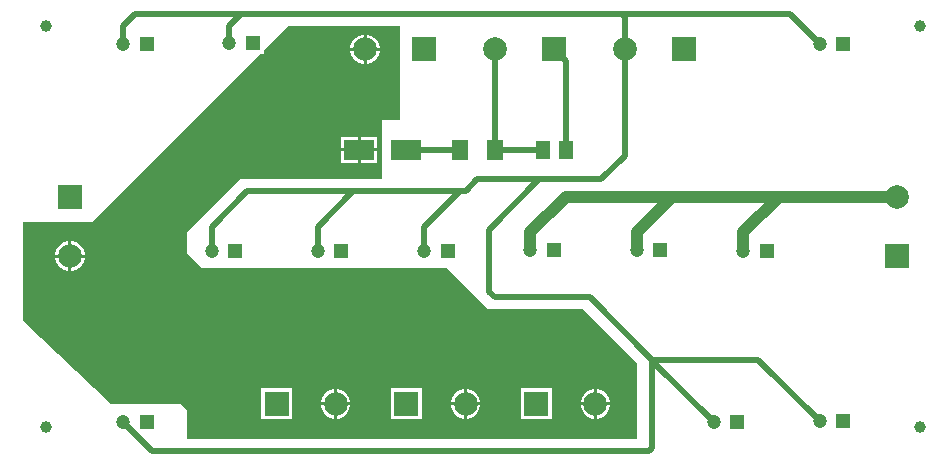
<source format=gtl>
G04*
G04 #@! TF.GenerationSoftware,Altium Limited,Altium Designer,23.2.1 (34)*
G04*
G04 Layer_Physical_Order=1*
G04 Layer_Color=255*
%FSLAX44Y44*%
%MOMM*%
G71*
G04*
G04 #@! TF.SameCoordinates,8A9164C7-5861-4A14-A232-5D20C8E6C238*
G04*
G04*
G04 #@! TF.FilePolarity,Positive*
G04*
G01*
G75*
%ADD13R,1.3561X1.8098*%
%ADD14R,1.3061X1.5098*%
%ADD15R,2.5000X1.7000*%
%ADD17C,1.2000*%
%ADD18R,1.2000X1.2000*%
%ADD19C,2.0000*%
%ADD20R,2.0000X2.0000*%
%ADD21R,2.0000X2.0000*%
%ADD22C,0.5000*%
%ADD23C,1.0000*%
%ADD24C,1.0000*%
G36*
X329170Y290000D02*
X314466D01*
Y240000D01*
X194170D01*
X149170Y195000D01*
X149170Y177500D01*
X160830Y165841D01*
Y165000D01*
X369170D01*
X404170Y130000D01*
X484170D01*
X530000Y84170D01*
Y20000D01*
X149170D01*
Y45000D01*
X144170Y50000D01*
X85000D01*
X10000Y120000D01*
Y203109D01*
X10344Y203939D01*
X68939D01*
X211000Y346000D01*
X214000D01*
Y349000D01*
X235000Y370000D01*
X329170D01*
Y290000D01*
D02*
G37*
%LPC*%
G36*
X301651Y362540D02*
X301270D01*
Y351270D01*
X312540D01*
Y351651D01*
X311685Y354840D01*
X310035Y357700D01*
X307700Y360034D01*
X304840Y361685D01*
X301651Y362540D01*
D02*
G37*
G36*
X298730D02*
X298349D01*
X295160Y361685D01*
X292300Y360034D01*
X289965Y357700D01*
X288315Y354840D01*
X287460Y351651D01*
Y351270D01*
X298730D01*
Y362540D01*
D02*
G37*
G36*
X312540Y348730D02*
X301270D01*
Y337460D01*
X301651D01*
X304840Y338315D01*
X307700Y339966D01*
X310035Y342300D01*
X311685Y345160D01*
X312540Y348349D01*
Y348730D01*
D02*
G37*
G36*
X298730D02*
X287460D01*
Y348349D01*
X288315Y345160D01*
X289965Y342300D01*
X292300Y339966D01*
X295160Y338315D01*
X298349Y337460D01*
X298730D01*
Y348730D01*
D02*
G37*
G36*
X310040Y276040D02*
X296270D01*
Y266270D01*
X310040D01*
Y276040D01*
D02*
G37*
G36*
X293730D02*
X279960D01*
Y266270D01*
X293730D01*
Y276040D01*
D02*
G37*
G36*
X310040Y263730D02*
X296270D01*
Y253960D01*
X310040D01*
Y263730D01*
D02*
G37*
G36*
X293730D02*
X279960D01*
Y253960D01*
X293730D01*
Y263730D01*
D02*
G37*
G36*
X51651Y187540D02*
X51270D01*
Y176270D01*
X62540D01*
Y176651D01*
X61685Y179840D01*
X60034Y182700D01*
X57700Y185035D01*
X54840Y186685D01*
X51651Y187540D01*
D02*
G37*
G36*
X48730D02*
X48349D01*
X45160Y186685D01*
X42300Y185035D01*
X39966Y182700D01*
X38315Y179840D01*
X37460Y176651D01*
Y176270D01*
X48730D01*
Y187540D01*
D02*
G37*
G36*
X62540Y173730D02*
X51270D01*
Y162460D01*
X51651D01*
X54840Y163315D01*
X57700Y164965D01*
X60034Y167300D01*
X61685Y170160D01*
X62540Y173349D01*
Y173730D01*
D02*
G37*
G36*
X48730D02*
X37460D01*
Y173349D01*
X38315Y170160D01*
X39966Y167300D01*
X42300Y164965D01*
X45160Y163315D01*
X48349Y162460D01*
X48730D01*
Y173730D01*
D02*
G37*
G36*
X496651Y62540D02*
X496270D01*
Y51270D01*
X507540D01*
Y51651D01*
X506685Y54840D01*
X505034Y57700D01*
X502700Y60034D01*
X499840Y61685D01*
X496651Y62540D01*
D02*
G37*
G36*
X493730D02*
X493349D01*
X490160Y61685D01*
X487300Y60034D01*
X484966Y57700D01*
X483315Y54840D01*
X482460Y51651D01*
Y51270D01*
X493730D01*
Y62540D01*
D02*
G37*
G36*
X386651D02*
X386270D01*
Y51270D01*
X397540D01*
Y51651D01*
X396685Y54840D01*
X395034Y57700D01*
X392700Y60034D01*
X389840Y61685D01*
X386651Y62540D01*
D02*
G37*
G36*
X383730D02*
X383349D01*
X380160Y61685D01*
X377300Y60034D01*
X374966Y57700D01*
X373315Y54840D01*
X372460Y51651D01*
Y51270D01*
X383730D01*
Y62540D01*
D02*
G37*
G36*
X276651D02*
X276270D01*
Y51270D01*
X287540D01*
Y51651D01*
X286685Y54840D01*
X285035Y57700D01*
X282700Y60034D01*
X279840Y61685D01*
X276651Y62540D01*
D02*
G37*
G36*
X273730D02*
X273349D01*
X270160Y61685D01*
X267300Y60034D01*
X264965Y57700D01*
X263315Y54840D01*
X262460Y51651D01*
Y51270D01*
X273730D01*
Y62540D01*
D02*
G37*
G36*
X507540Y48730D02*
X496270D01*
Y37460D01*
X496651D01*
X499840Y38315D01*
X502700Y39966D01*
X505034Y42300D01*
X506685Y45160D01*
X507540Y48349D01*
Y48730D01*
D02*
G37*
G36*
X493730D02*
X482460D01*
Y48349D01*
X483315Y45160D01*
X484966Y42300D01*
X487300Y39966D01*
X490160Y38315D01*
X493349Y37460D01*
X493730D01*
Y48730D01*
D02*
G37*
G36*
X397540D02*
X386270D01*
Y37460D01*
X386651D01*
X389840Y38315D01*
X392700Y39966D01*
X395034Y42300D01*
X396685Y45160D01*
X397540Y48349D01*
Y48730D01*
D02*
G37*
G36*
X383730D02*
X372460D01*
Y48349D01*
X373315Y45160D01*
X374966Y42300D01*
X377300Y39966D01*
X380160Y38315D01*
X383349Y37460D01*
X383730D01*
Y48730D01*
D02*
G37*
G36*
X287540D02*
X276270D01*
Y37460D01*
X276651D01*
X279840Y38315D01*
X282700Y39966D01*
X285035Y42300D01*
X286685Y45160D01*
X287540Y48349D01*
Y48730D01*
D02*
G37*
G36*
X273730D02*
X262460D01*
Y48349D01*
X263315Y45160D01*
X264965Y42300D01*
X267300Y39966D01*
X270160Y38315D01*
X273349Y37460D01*
X273730D01*
Y48730D01*
D02*
G37*
G36*
X458000Y63000D02*
X432000D01*
Y37000D01*
X458000D01*
Y63000D01*
D02*
G37*
G36*
X348000D02*
X322000D01*
Y37000D01*
X348000D01*
Y63000D01*
D02*
G37*
G36*
X238000D02*
X212000D01*
Y37000D01*
X238000D01*
Y63000D01*
D02*
G37*
%LPD*%
D13*
X379989Y265000D02*
D03*
X410011D02*
D03*
D14*
X450239D02*
D03*
X469761D02*
D03*
D15*
X335000D02*
D03*
X295000D02*
D03*
D17*
X530000Y180000D02*
D03*
X170000Y179500D02*
D03*
X440000Y180000D02*
D03*
X260000Y179500D02*
D03*
X620000D02*
D03*
X350000D02*
D03*
X95000Y354500D02*
D03*
X185000Y355000D02*
D03*
X95000Y34500D02*
D03*
X685000Y35000D02*
D03*
X595000Y34500D02*
D03*
X685000Y354500D02*
D03*
D18*
X550000Y180000D02*
D03*
X190000Y179500D02*
D03*
X460000Y180000D02*
D03*
X280000Y179500D02*
D03*
X640000D02*
D03*
X370000D02*
D03*
X115000Y354500D02*
D03*
X205000Y355000D02*
D03*
X115000Y34500D02*
D03*
X705000Y35000D02*
D03*
X615000Y34500D02*
D03*
X705000Y354500D02*
D03*
D19*
X50000Y175000D02*
D03*
X300000Y350000D02*
D03*
X275000Y50000D02*
D03*
X385000D02*
D03*
X495000D02*
D03*
X750000Y225000D02*
D03*
X520000Y350000D02*
D03*
X410000D02*
D03*
D20*
X50000Y225000D02*
D03*
X750000Y175000D02*
D03*
D21*
X350000Y350000D02*
D03*
X225000Y50000D02*
D03*
X335000D02*
D03*
X445000D02*
D03*
X570000Y350000D02*
D03*
X460000D02*
D03*
D22*
X119500Y10000D02*
X540000D01*
X95000Y34500D02*
X119500Y10000D01*
X540000D02*
X542929Y12929D01*
Y86571D01*
Y87071D01*
Y86571D02*
X595000Y34500D01*
X632929Y87071D02*
X685000Y35000D01*
X542929Y87071D02*
X632929D01*
X517071Y380000D02*
X659500D01*
X685000Y354500D01*
X195000Y380000D02*
X517071D01*
X105000D02*
X195000D01*
X185000Y355000D02*
Y370000D01*
X195000Y380000D01*
X95000Y370000D02*
X105000Y380000D01*
X95000Y354500D02*
Y370000D01*
X517071Y380000D02*
X520000Y377071D01*
Y350000D02*
Y377071D01*
X447500Y240000D02*
X500000D01*
X395000D02*
X447500D01*
X405000Y197500D02*
X447500Y240000D01*
X405000Y145000D02*
Y197500D01*
Y145000D02*
X410000Y140000D01*
X490000D01*
X542929Y87071D01*
X410005Y265005D02*
X410011Y265000D01*
X410005Y265005D02*
Y349995D01*
X410000Y350000D02*
X410005Y349995D01*
X469761Y265000D02*
Y340239D01*
X460000Y350000D02*
X469761Y340239D01*
X410011Y265000D02*
X450239D01*
X335000D02*
X379989D01*
X290000Y230000D02*
X380000D01*
X385000D01*
X350000Y200000D02*
X380000Y230000D01*
X350000Y179500D02*
Y200000D01*
X200000Y230000D02*
X290000D01*
X260000Y200000D02*
X290000Y230000D01*
X260000Y179500D02*
Y200000D01*
X170000Y179500D02*
Y200000D01*
X200000Y230000D01*
X385000D02*
X395000Y240000D01*
X500000D02*
X520000Y260000D01*
Y350000D01*
X560000Y225000D02*
Y225000D01*
D23*
X650000D01*
X750000D01*
X620000Y195000D02*
X650000Y225000D01*
X620000Y179500D02*
Y195000D01*
X470000Y225000D02*
X560000D01*
X530000Y195000D02*
X560000Y225000D01*
X530000Y180000D02*
Y195000D01*
X440000Y180000D02*
Y195000D01*
X470000Y225000D01*
D24*
X30000Y370000D02*
D03*
Y30000D02*
D03*
X770000Y370000D02*
D03*
Y30000D02*
D03*
M02*

</source>
